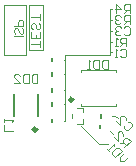
<source format=gbo>
G04*
G04 #@! TF.GenerationSoftware,Altium Limited,Altium Designer,20.0.10 (225)*
G04*
G04 Layer_Color=65535*
%FSLAX44Y44*%
%MOMM*%
G71*
G01*
G75*
%ADD14C,0.3000*%
%ADD15C,0.2000*%
%ADD41C,0.1000*%
%ADD42C,0.1200*%
D14*
X60333Y60896D02*
G03*
X60333Y60896I-1250J0D01*
G01*
X29997Y35536D02*
G03*
X29997Y35536I-1500J0D01*
G01*
D15*
X42927Y96223D02*
X42927Y93223D01*
Y81226D02*
Y84226D01*
X83427Y36772D02*
Y39772D01*
X42927Y55521D02*
X42927Y58521D01*
X42821Y70680D02*
X42821Y67680D01*
X42821Y41679D02*
X42821Y44679D01*
X83927Y45526D02*
X83927Y48526D01*
X10997Y47286D02*
Y65286D01*
X30997Y47286D02*
Y65286D01*
D41*
X2000Y140750D02*
X20750D01*
X2000Y98750D02*
Y140750D01*
Y98750D02*
X20750D01*
Y140750D01*
X35500Y103250D02*
Y140750D01*
X23000Y103250D02*
X35500D01*
X23000D02*
Y140750D01*
X35500D01*
X52914Y94750D02*
X54000D01*
X52914Y82500D02*
X54000D01*
X52912Y69146D02*
X53999D01*
X52914Y57250D02*
X54000D01*
X52912Y42948D02*
X53999D01*
X91500Y101065D02*
X93836D01*
X91500Y109750D02*
X93876D01*
X91496Y119332D02*
X93872D01*
X91500Y128750D02*
X93876D01*
X91500Y137750D02*
X93876D01*
X91500Y99000D02*
Y137750D01*
X54000Y99000D02*
X91500D01*
X54000Y43000D02*
Y99000D01*
X82975Y23000D02*
X90000D01*
X96500Y47000D02*
X98250Y45250D01*
X94000Y47000D02*
X96500D01*
X67200Y38775D02*
X82975Y23000D01*
X94500Y31750D02*
Y31750D01*
X92125Y34125D02*
X94500Y31750D01*
X67083Y55896D02*
X97083Y55896D01*
X67083Y85896D02*
X97083Y85896D01*
X67068Y55896D02*
X67083Y55896D01*
X67068Y55896D02*
Y57455D01*
X97068Y55896D02*
X97068Y57455D01*
X67097Y84338D02*
X67097Y85896D01*
X97097Y84338D02*
Y85896D01*
X69315Y40401D02*
Y44151D01*
X63565Y40401D02*
X69315Y40401D01*
X69316Y50151D02*
X69316Y53901D01*
X63565D02*
X69316D01*
X59815Y48651D02*
X59815Y45651D01*
D42*
X18198Y115200D02*
X10700D01*
X17127Y121770D02*
X17841Y121056D01*
X18198Y119985D01*
Y118556D01*
X17841Y117485D01*
X17127Y116771D01*
X16413D01*
X15699Y117128D01*
X15342Y117485D01*
X14985Y118199D01*
X14271Y120342D01*
X13914Y121056D01*
X13556Y121413D01*
X12842Y121770D01*
X11771D01*
X11057Y121056D01*
X10700Y119985D01*
Y118556D01*
X11057Y117485D01*
X11771Y116771D01*
X14271Y123448D02*
Y126662D01*
X14628Y127733D01*
X14985Y128090D01*
X15699Y128447D01*
X16770D01*
X17484Y128090D01*
X17841Y127733D01*
X18198Y126662D01*
Y123448D01*
X10700D01*
X32749Y105504D02*
Y110503D01*
Y108004D01*
X25251D01*
X32749Y118000D02*
Y113002D01*
X25251D01*
Y118000D01*
X29000Y113002D02*
Y115501D01*
X31499Y125498D02*
X32749Y124248D01*
Y121749D01*
X31499Y120500D01*
X30250D01*
X29000Y121749D01*
Y124248D01*
X27750Y125498D01*
X26501D01*
X25251Y124248D01*
Y121749D01*
X26501Y120500D01*
X32749Y127997D02*
Y132996D01*
Y130496D01*
X25251D01*
X107086Y12216D02*
X103552Y8681D01*
X100017D01*
X100017Y12216D01*
X103552Y15750D01*
X101784Y17517D02*
X96483Y12216D01*
X93832Y14866D01*
Y16634D01*
X97366Y20168D01*
X99134D01*
X101784Y17517D01*
X91181D02*
X89414Y19284D01*
X90298Y18401D01*
X95599Y23702D01*
Y21935D01*
X108498Y134001D02*
Y141499D01*
X104749D01*
X103500Y140249D01*
Y137750D01*
X104749Y136500D01*
X108498D01*
X105999D02*
X103500Y134001D01*
X97252D02*
Y141499D01*
X101000Y137750D01*
X96002D01*
X108498Y125001D02*
Y132499D01*
X104749D01*
X103500Y131249D01*
Y128750D01*
X104749Y127500D01*
X108498D01*
X105999D02*
X103500Y125001D01*
X101000Y131249D02*
X99751Y132499D01*
X97252D01*
X96002Y131249D01*
Y130000D01*
X97252Y128750D01*
X98501D01*
X97252D01*
X96002Y127500D01*
Y126251D01*
X97252Y125001D01*
X99751D01*
X101000Y126251D01*
X104017Y20681D02*
X109319Y25983D01*
X106668Y28634D01*
X104901D01*
X103134Y26866D01*
X103134Y25099D01*
X105784Y22448D01*
X104017Y24216D02*
X100483Y24216D01*
X95181Y29517D02*
X98716Y25983D01*
Y33052D01*
X99599Y33935D01*
X101366D01*
X103134Y32168D01*
Y30401D01*
X105748Y106001D02*
Y113499D01*
X102000D01*
X100750Y112249D01*
Y109750D01*
X102000Y108500D01*
X105748D01*
X103249D02*
X100750Y106001D01*
X98251D02*
X95752D01*
X97001D01*
Y113499D01*
X98251Y112249D01*
X9999Y34502D02*
X2501D01*
Y39500D01*
Y41999D02*
Y44498D01*
Y43249D01*
X9999D01*
X8749Y41999D01*
X30497Y82499D02*
Y75001D01*
X26748D01*
X25498Y76251D01*
Y81249D01*
X26748Y82499D01*
X30497D01*
X22999D02*
Y75001D01*
X19250D01*
X18001Y76251D01*
Y81249D01*
X19250Y82499D01*
X22999D01*
X10503Y75001D02*
X15502D01*
X10503Y80000D01*
Y81249D01*
X11753Y82499D01*
X14252D01*
X15502Y81249D01*
X90247Y94749D02*
Y87251D01*
X86498D01*
X85249Y88501D01*
Y93499D01*
X86498Y94749D01*
X90247D01*
X82750D02*
Y87251D01*
X79001D01*
X77751Y88501D01*
Y93499D01*
X79001Y94749D01*
X82750D01*
X75252Y87251D02*
X72753D01*
X74002D01*
Y94749D01*
X75252Y93499D01*
X103750Y121749D02*
X104999Y122999D01*
X107498D01*
X108748Y121749D01*
Y116751D01*
X107498Y115501D01*
X104999D01*
X103750Y116751D01*
X101250Y121749D02*
X100001Y122999D01*
X97502D01*
X96252Y121749D01*
Y120500D01*
X97502Y119250D01*
X98751D01*
X97502D01*
X96252Y118000D01*
Y116751D01*
X97502Y115501D01*
X100001D01*
X101250Y116751D01*
X106901Y41884D02*
X108668D01*
X110435Y40116D01*
Y38349D01*
X106901Y34815D01*
X105134D01*
X103366Y36582D01*
Y38349D01*
X97181Y42767D02*
X100716Y39233D01*
Y46302D01*
X101599Y47185D01*
X103366D01*
X105134Y45418D01*
Y43651D01*
X100702Y102932D02*
X101952Y104182D01*
X104451D01*
X105701Y102932D01*
Y97934D01*
X104451Y96684D01*
X101952D01*
X100702Y97934D01*
X98203Y96684D02*
X95704D01*
X96953D01*
Y104182D01*
X98203Y102932D01*
M02*

</source>
